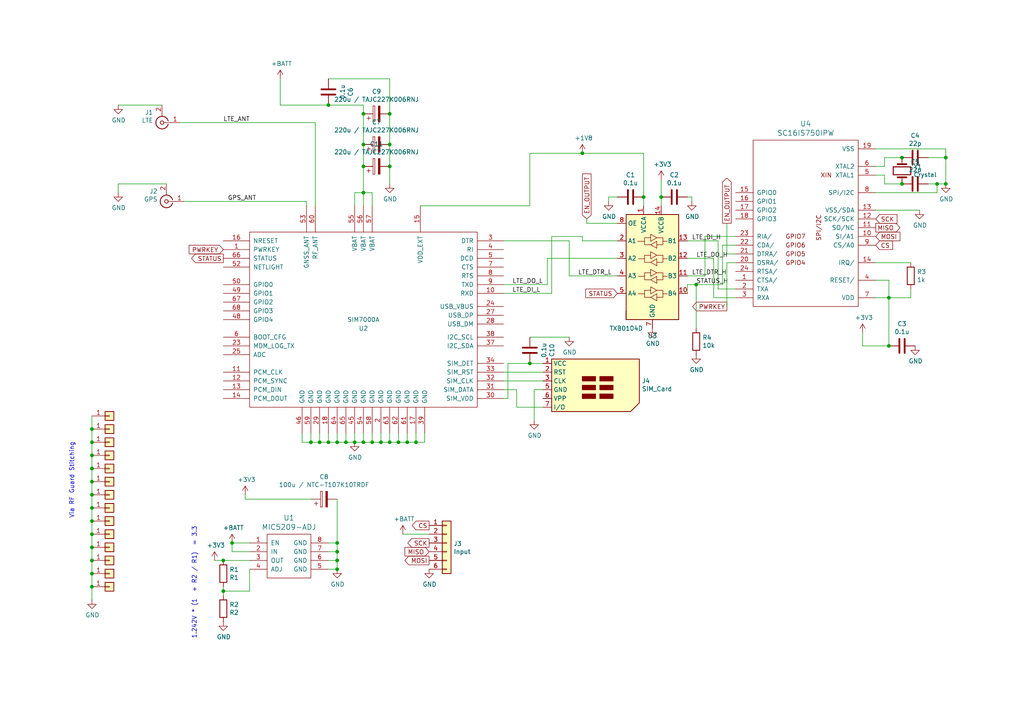
<source format=kicad_sch>
(kicad_sch (version 20230121) (generator eeschema)
  (paper "A4")
  (lib_symbols
    (symbol "Connector:Conn_Coaxial" (pin_names (offset 1.016) hide)
      (property "Reference" "J" (at 0.254 3.048 0))
      (property "Value" "Conn_Coaxial" (at 2.921 0 90))
      (symbol "Conn_Coaxial_0_1"
        (arc (start -1.778 -0.508) (mid 0.2311 -1.8066) (end 1.778 0) (stroke (width 0.254)))
        (polyline (pts (xy -2.54 0) (xy -0.508 0)))
        (polyline (pts (xy 0 -2.54) (xy 0 -1.778)))
        (circle (center 0 0) (radius 0.508) (stroke (width 0.2032)))
        (arc (start 1.778 0) (mid 0.2099 1.8101) (end -1.778 0.508) (stroke (width 0.254)))
      )
      (symbol "Conn_Coaxial_1_1"
        (pin passive line (at -5.08 0 0) (length 2.54) (name "In") (number "1"))
        (pin passive line (at 0 -5.08 90) (length 2.54) (name "Ext") (number "2"))
      )
    )
    (symbol "Connector:SIM_Card"
      (property "Reference" "J" (at -2.54 12.7 0))
      (property "Value" "SIM_Card" (at -1.27 10.16 0))
      (symbol "SIM_Card_0_1"
        (rectangle (start -1.27 -2.54) (end 2.54 -1.27) (stroke (width 0.254)) (fill (type outline)))
        (rectangle (start -1.27 0) (end 2.54 1.27) (stroke (width 0.254)) (fill (type outline)))
        (rectangle (start -1.27 2.54) (end 2.54 3.81) (stroke (width 0.254)) (fill (type outline)))
        (polyline (pts (xy -10.16 8.89) (xy 15.24 8.89) (xy 15.24 -3.81) (xy 12.7 -6.35) (xy -10.16 -6.35) (xy -10.16 8.89)) (stroke (width 0.254)) (fill (type background)))
        (rectangle (start 3.81 -1.27) (end 7.62 -2.54) (stroke (width 0.254)) (fill (type outline)))
        (rectangle (start 3.81 0) (end 7.62 1.27) (stroke (width 0.254)) (fill (type outline)))
        (rectangle (start 3.81 2.54) (end 7.62 3.81) (stroke (width 0.254)) (fill (type outline)))
      )
      (symbol "SIM_Card_1_1"
        (pin power_in line (at -12.7 7.62 0) (length 2.54) (name "VCC") (number "1"))
        (pin input line (at -12.7 5.08 0) (length 2.54) (name "RST") (number "2"))
        (pin input line (at -12.7 2.54 0) (length 2.54) (name "CLK") (number "3"))
        (pin power_in line (at -12.7 0 0) (length 2.54) (name "GND") (number "5"))
        (pin input line (at -12.7 -2.54 0) (length 2.54) (name "VPP") (number "6"))
        (pin bidirectional line (at -12.7 -5.08 0) (length 2.54) (name "I/O") (number "7"))
      )
    )
    (symbol "Connector_Generic:Conn_01x01" (pin_names (offset 1.016) hide)
      (property "Reference" "J" (at 0 2.54 0))
      (property "Value" "Conn_01x01" (at 0 -2.54 0))
      (symbol "Conn_01x01_1_1"
        (rectangle (start -1.27 0.127) (end 0 -0.127) (stroke (width 0.1524)))
        (rectangle (start -1.27 1.27) (end 1.27 -1.27) (stroke (width 0.254)) (fill (type background)))
        (pin passive line (at -5.08 0 0) (length 3.81) (name "Pin_1") (number "1"))
      )
    )
    (symbol "Connector_Generic:Conn_01x06" (pin_names (offset 1.016) hide)
      (property "Reference" "J" (at 0 7.62 0))
      (property "Value" "Conn_01x06" (at 0 -10.16 0))
      (symbol "Conn_01x06_1_1"
        (rectangle (start -1.27 -7.493) (end 0 -7.747) (stroke (width 0.1524)))
        (rectangle (start -1.27 -4.953) (end 0 -5.207) (stroke (width 0.1524)))
        (rectangle (start -1.27 -2.413) (end 0 -2.667) (stroke (width 0.1524)))
        (rectangle (start -1.27 0.127) (end 0 -0.127) (stroke (width 0.1524)))
        (rectangle (start -1.27 2.667) (end 0 2.413) (stroke (width 0.1524)))
        (rectangle (start -1.27 5.207) (end 0 4.953) (stroke (width 0.1524)))
        (rectangle (start -1.27 6.35) (end 1.27 -8.89) (stroke (width 0.254)) (fill (type background)))
        (pin passive line (at -5.08 5.08 0) (length 3.81) (name "Pin_1") (number "1"))
        (pin passive line (at -5.08 2.54 0) (length 3.81) (name "Pin_2") (number "2"))
        (pin passive line (at -5.08 0 0) (length 3.81) (name "Pin_3") (number "3"))
        (pin passive line (at -5.08 -2.54 0) (length 3.81) (name "Pin_4") (number "4"))
        (pin passive line (at -5.08 -5.08 0) (length 3.81) (name "Pin_5") (number "5"))
        (pin passive line (at -5.08 -7.62 0) (length 3.81) (name "Pin_6") (number "6"))
      )
    )
    (symbol "Device:C" (pin_numbers hide) (pin_names (offset 0.254))
      (property "Reference" "C" (at 0.635 2.54 0))
      (property "Value" "C" (at 0.635 -2.54 0))
      (symbol "C_0_1"
        (polyline (pts (xy -2.032 -0.762) (xy 2.032 -0.762)) (stroke (width 0.508)))
        (polyline (pts (xy -2.032 0.762) (xy 2.032 0.762)) (stroke (width 0.508)))
      )
      (symbol "C_1_1"
        (pin passive line (at 0 3.81 270) (length 2.794) (name "~") (number "1"))
        (pin passive line (at 0 -3.81 90) (length 2.794) (name "~") (number "2"))
      )
    )
    (symbol "Device:Crystal" (pin_numbers hide) (pin_names (offset 1.016) hide)
      (property "Reference" "Y" (at 0 3.81 0))
      (property "Value" "Crystal" (at 0 -3.81 0))
      (symbol "Crystal_0_1"
        (rectangle (start -1.143 2.54) (end 1.143 -2.54) (stroke (width 0.3048)))
        (polyline (pts (xy -2.54 0) (xy -1.905 0)))
        (polyline (pts (xy -1.905 -1.27) (xy -1.905 1.27)) (stroke (width 0.508)))
        (polyline (pts (xy 1.905 -1.27) (xy 1.905 1.27)) (stroke (width 0.508)))
        (polyline (pts (xy 2.54 0) (xy 1.905 0)))
      )
      (symbol "Crystal_1_1"
        (pin passive line (at -3.81 0 0) (length 1.27) (name "1") (number "1"))
        (pin passive line (at 3.81 0 180) (length 1.27) (name "2") (number "2"))
      )
    )
    (symbol "Device:R" (pin_numbers hide) (pin_names (offset 0))
      (property "Reference" "R" (at 2.032 0 90))
      (property "Value" "R" (at 0 0 90))
      (symbol "R_0_1"
        (rectangle (start -1.016 -2.54) (end 1.016 2.54) (stroke (width 0.254)))
      )
      (symbol "R_1_1"
        (pin passive line (at 0 3.81 270) (length 1.27) (name "~") (number "1"))
        (pin passive line (at 0 -3.81 90) (length 1.27) (name "~") (number "2"))
      )
    )
    (symbol "maxwell-lte-rescue:CP-Device" (pin_numbers hide) (pin_names (offset 0.254))
      (property "Reference" "C" (at 0.635 2.54 0))
      (property "Value" "Device_CP" (at 0.635 -2.54 0))
      (symbol "CP-Device_0_1"
        (rectangle (start -2.286 0.508) (end -2.286 1.016))
        (rectangle (start -2.286 0.508) (end 2.286 0.508))
        (polyline (pts (xy -1.778 2.286) (xy -0.762 2.286)))
        (polyline (pts (xy -1.27 2.794) (xy -1.27 1.778)))
        (rectangle (start 2.286 -0.508) (end -2.286 -1.016) (fill (type outline)))
        (rectangle (start 2.286 1.016) (end -2.286 1.016))
        (rectangle (start 2.286 1.016) (end 2.286 0.508))
      )
      (symbol "CP-Device_1_1"
        (pin passive line (at 0 3.81 270) (length 2.794) (name "~") (number "1"))
        (pin passive line (at 0 -3.81 90) (length 2.794) (name "~") (number "2"))
      )
    )
    (symbol "maxwell-lte-rescue:MIC5209-ADJ-coddingtonbear" (pin_names (offset 1.016))
      (property "Reference" "U" (at 0 10.16 0))
      (property "Value" "coddingtonbear_MIC5209-ADJ" (at 0 -7.62 0))
      (symbol "MIC5209-ADJ-coddingtonbear_0_1"
        (rectangle (start -6.35 7.62) (end 6.35 -5.08))
      )
      (symbol "MIC5209-ADJ-coddingtonbear_1_1"
        (pin input line (at -11.43 5.08 0) (length 5.08) (name "EN") (number "1"))
        (pin power_in line (at -11.43 2.54 0) (length 5.08) (name "IN") (number "2"))
        (pin power_out line (at -11.43 0 0) (length 5.08) (name "OUT") (number "3"))
        (pin input line (at -11.43 -2.54 0) (length 5.08) (name "ADJ") (number "4"))
        (pin power_in line (at 11.43 -2.54 180) (length 5.08) (name "GND") (number "5"))
        (pin power_in line (at 11.43 0 180) (length 5.08) (name "GND") (number "6"))
        (pin power_in line (at 11.43 2.54 180) (length 5.08) (name "GND") (number "7"))
        (pin power_in line (at 11.43 5.08 180) (length 5.08) (name "GND") (number "8"))
      )
    )
    (symbol "maxwell-lte-rescue:SC16IS750IPW-coddingtonbear" (pin_names (offset 1.016))
      (property "Reference" "U" (at 0 24.13 0))
      (property "Value" "coddingtonbear_SC16IS750IPW" (at 0 -27.94 0))
      (symbol "SC16IS750IPW-coddingtonbear_0_0"
        (rectangle (start -15.24 22.86) (end 15.24 -25.4))
        (text "GPIO4" (at 0 10.16 0) (effects (font (size 1.27 1.27)) (justify left)))
        (text "GPIO5" (at 0 7.62 0) (effects (font (size 1.27 1.27)) (justify left)))
        (text "GPIO6" (at 0 5.08 0) (effects (font (size 1.27 1.27)) (justify left)))
        (text "GPIO7" (at 0 2.54 0) (effects (font (size 1.27 1.27)) (justify left)))
        (text "SPI/I2C" (at -3.81 0 900) (effects (font (size 1.27 1.27))))
        (text "XIN" (at -7.62 -15.24 0) (effects (font (size 1.27 1.27)) (justify left)))
      )
      (symbol "SC16IS750IPW-coddingtonbear_1_1"
        (pin input line (at 20.32 15.24 180) (length 5.08) (name "CTSA/") (number "1"))
        (pin input line (at -20.32 2.54 0) (length 5.08) (name "SI/A1") (number "10"))
        (pin input line (at -20.32 0 0) (length 5.08) (name "SO/NC") (number "11"))
        (pin input line (at -20.32 -2.54 0) (length 5.08) (name "SCK/SCK") (number "12"))
        (pin input line (at -20.32 -5.08 0) (length 5.08) (name "VSS/SDA") (number "13"))
        (pin output line (at -20.32 10.16 0) (length 5.08) (name "IRQ/") (number "14"))
        (pin bidirectional line (at 20.32 -10.16 180) (length 5.08) (name "GPIO0") (number "15"))
        (pin bidirectional line (at 20.32 -7.62 180) (length 5.08) (name "GPIO1") (number "16"))
        (pin bidirectional line (at 20.32 -5.08 180) (length 5.08) (name "GPIO2") (number "17"))
        (pin bidirectional line (at 20.32 -2.54 180) (length 5.08) (name "GPIO3") (number "18"))
        (pin power_in line (at -20.32 -22.86 0) (length 5.08) (name "VSS") (number "19"))
        (pin output line (at 20.32 17.78 180) (length 5.08) (name "TXA") (number "2"))
        (pin bidirectional line (at 20.32 10.16 180) (length 5.08) (name "DSRA/") (number "20"))
        (pin bidirectional line (at 20.32 7.62 180) (length 5.08) (name "DTRA/") (number "21"))
        (pin bidirectional line (at 20.32 5.08 180) (length 5.08) (name "CDA/") (number "22"))
        (pin bidirectional line (at 20.32 2.54 180) (length 5.08) (name "RIA/") (number "23"))
        (pin output line (at 20.32 12.7 180) (length 5.08) (name "RTSA/") (number "24"))
        (pin input line (at 20.32 20.32 180) (length 5.08) (name "RXA") (number "3"))
        (pin input line (at -20.32 15.24 0) (length 5.08) (name "RESET/") (number "4"))
        (pin input line (at -20.32 -15.24 0) (length 5.08) (name "XTAL1") (number "5"))
        (pin input line (at -20.32 -17.78 0) (length 5.08) (name "XTAL2") (number "6"))
        (pin power_in line (at -20.32 20.32 0) (length 5.08) (name "VDD") (number "7"))
        (pin input line (at -20.32 -10.16 0) (length 5.08) (name "SPI/I2C") (number "8"))
        (pin input line (at -20.32 5.08 0) (length 5.08) (name "CS/A0") (number "9"))
      )
    )
    (symbol "maxwell-lte-rescue:SIM7000A-SIM7000A" (pin_names (offset 1.016))
      (property "Reference" "U" (at 0 -2.54 0))
      (property "Value" "SIM7000A_SIM7000A" (at 0 1.27 0))
      (symbol "SIM7000A-SIM7000A_1_0"
        (rectangle (start -33.02 -25.4) (end 33.02 25.4))
      )
      (symbol "SIM7000A-SIM7000A_1_1"
        (pin input line (at -40.64 20.32 0) (length 7.62) (name "PWRKEY") (number "1"))
        (pin input line (at 40.64 7.62 180) (length 7.62) (name "RXD") (number "10"))
        (pin output line (at -40.64 -15.24 0) (length 7.62) (name "PCM_CLK") (number "11"))
        (pin output line (at -40.64 -17.78 0) (length 7.62) (name "PCM_SYNC") (number "12"))
        (pin input line (at -40.64 -20.32 0) (length 7.62) (name "PCM_DIN") (number "13"))
        (pin output line (at -40.64 -22.86 0) (length 7.62) (name "PCM_DOUT") (number "14"))
        (pin power_out line (at 16.51 33.02 270) (length 7.62) (name "VDD_EXT") (number "15"))
        (pin input line (at -40.64 22.86 0) (length 7.62) (name "NRESET") (number "16"))
        (pin power_in line (at 15.24 -33.02 90) (length 7.62) (name "GND") (number "17"))
        (pin power_in line (at -10.16 -33.02 90) (length 7.62) (name "GND") (number "18"))
        (pin power_in line (at 5.08 -33.02 90) (length 7.62) (name "GND") (number "2"))
        (pin output line (at -40.64 -7.62 0) (length 7.62) (name "MDM_LOG_TX") (number "23"))
        (pin input line (at 40.64 3.81 180) (length 7.62) (name "USB_VBUS") (number "24"))
        (pin input line (at -40.64 -10.16 0) (length 7.62) (name "ADC") (number "25"))
        (pin bidirectional line (at 40.64 1.27 180) (length 7.62) (name "USB_DP") (number "27"))
        (pin bidirectional line (at 40.64 -1.27 180) (length 7.62) (name "USB_DM") (number "28"))
        (pin power_in line (at -12.7 -33.02 90) (length 7.62) (name "GND") (number "29"))
        (pin input line (at 40.64 22.86 180) (length 7.62) (name "DTR") (number "3"))
        (pin power_out line (at 40.64 -22.86 180) (length 7.62) (name "SIM_VDD") (number "30"))
        (pin bidirectional line (at 40.64 -20.32 180) (length 7.62) (name "SIM_DATA") (number "31"))
        (pin output line (at 40.64 -17.78 180) (length 7.62) (name "SIM_CLK") (number "32"))
        (pin output line (at 40.64 -15.24 180) (length 7.62) (name "SIM_RST") (number "33"))
        (pin input line (at 40.64 -12.7 180) (length 7.62) (name "SIM_DET") (number "34"))
        (pin bidirectional line (at 40.64 -7.62 180) (length 7.62) (name "I2C_SDA") (number "37"))
        (pin output line (at 40.64 -5.08 180) (length 7.62) (name "I2C_SCL") (number "38"))
        (pin power_in line (at 17.78 -33.02 90) (length 7.62) (name "GND") (number "39"))
        (pin output line (at 40.64 20.32 180) (length 7.62) (name "RI") (number "4"))
        (pin power_in line (at -2.54 -33.02 90) (length 7.62) (name "GND") (number "45"))
        (pin power_in line (at -17.78 -33.02 90) (length 7.62) (name "GND") (number "46"))
        (pin bidirectional line (at -40.64 0 0) (length 7.62) (name "GPIO4") (number "48"))
        (pin bidirectional line (at -40.64 7.62 0) (length 7.62) (name "GPIO1") (number "49"))
        (pin output line (at 40.64 17.78 180) (length 7.62) (name "DCD") (number "5"))
        (pin bidirectional line (at -40.64 10.16 0) (length 7.62) (name "GPIO0") (number "50"))
        (pin output line (at -40.64 15.24 0) (length 7.62) (name "NETLIGHT") (number "52"))
        (pin input line (at -16.51 33.02 270) (length 7.62) (name "GNSS_ANT") (number "53"))
        (pin power_in line (at 0 -33.02 90) (length 7.62) (name "GND") (number "54"))
        (pin power_in line (at -2.54 33.02 270) (length 7.62) (name "VBAT") (number "55"))
        (pin power_in line (at 0 33.02 270) (length 7.62) (name "VBAT") (number "56"))
        (pin power_in line (at 2.54 33.02 270) (length 7.62) (name "VBAT") (number "57"))
        (pin power_in line (at 2.54 -33.02 90) (length 7.62) (name "GND") (number "58"))
        (pin power_in line (at -15.24 -33.02 90) (length 7.62) (name "GND") (number "59"))
        (pin input line (at -40.64 -5.08 0) (length 7.62) (name "BOOT_CFG") (number "6"))
        (pin bidirectional line (at -13.97 33.02 270) (length 7.62) (name "RF_ANT") (number "60"))
        (pin power_in line (at 12.7 -33.02 90) (length 7.62) (name "GND") (number "61"))
        (pin power_in line (at 10.16 -33.02 90) (length 7.62) (name "GND") (number "62"))
        (pin power_in line (at 7.62 -33.02 90) (length 7.62) (name "GND") (number "63"))
        (pin power_in line (at -7.62 -33.02 90) (length 7.62) (name "GND") (number "64"))
        (pin power_in line (at -5.08 -33.02 90) (length 7.62) (name "GND") (number "65"))
        (pin output line (at -40.64 17.78 0) (length 7.62) (name "STATUS") (number "66"))
        (pin bidirectional line (at -40.64 5.08 0) (length 7.62) (name "GPIO2") (number "67"))
        (pin bidirectional line (at -40.64 2.54 0) (length 7.62) (name "GPIO3") (number "68"))
        (pin output line (at 40.64 15.24 180) (length 7.62) (name "CTS") (number "7"))
        (pin input line (at 40.64 12.7 180) (length 7.62) (name "RTS") (number "8"))
        (pin output line (at 40.64 10.16 180) (length 7.62) (name "TXD") (number "9"))
      )
    )
    (symbol "maxwell-lte-rescue:TXB0104D-Logic_LevelTranslator"
      (property "Reference" "U" (at -6.35 16.51 0))
      (property "Value" "Logic_LevelTranslator_TXB0104D" (at 3.81 16.51 0))
      (symbol "TXB0104D-Logic_LevelTranslator_0_1"
        (rectangle (start -7.62 -15.24) (end -7.62 -12.7) (stroke (width 0.254)))
        (rectangle (start -7.62 15.24) (end 7.62 -15.24) (stroke (width 0.254)) (fill (type background)))
        (polyline (pts (xy -2.286 -7.747) (xy -2.286 -6.731) (xy -0.508 -6.731)))
        (polyline (pts (xy -2.286 -2.667) (xy -2.286 -1.651) (xy -0.508 -1.651)))
        (polyline (pts (xy -2.286 2.413) (xy -2.286 3.429) (xy -0.508 3.429)))
        (polyline (pts (xy -2.286 7.493) (xy -2.286 8.509) (xy -0.508 8.509)))
        (polyline (pts (xy 3.048 -7.747) (xy 3.048 -8.763) (xy 1.27 -8.763)))
        (polyline (pts (xy 3.048 -2.667) (xy 3.048 -3.683) (xy 1.27 -3.683)))
        (polyline (pts (xy 3.048 2.413) (xy 3.048 1.397) (xy 1.27 1.397)))
        (polyline (pts (xy 3.048 7.493) (xy 3.048 6.477) (xy 1.27 6.477)))
        (polyline (pts (xy -0.508 -8.763) (xy -2.286 -8.763) (xy -2.286 -7.747) (xy -4.064 -7.747)))
        (polyline (pts (xy -0.508 -8.763) (xy 1.27 -7.747) (xy 1.27 -9.779) (xy -0.508 -8.763)))
        (polyline (pts (xy -0.508 -3.683) (xy -2.286 -3.683) (xy -2.286 -2.667) (xy -4.064 -2.667)))
        (polyline (pts (xy -0.508 -3.683) (xy 1.27 -2.667) (xy 1.27 -4.699) (xy -0.508 -3.683)))
        (polyline (pts (xy -0.508 1.397) (xy -2.286 1.397) (xy -2.286 2.413) (xy -4.064 2.413)))
        (polyline (pts (xy -0.508 1.397) (xy 1.27 2.413) (xy 1.27 0.381) (xy -0.508 1.397)))
        (polyline (pts (xy -0.508 6.477) (xy -2.286 6.477) (xy -2.286 7.493) (xy -4.318 7.493)))
        (polyline (pts (xy -0.508 6.477) (xy 1.27 7.493) (xy 1.27 5.461) (xy -0.508 6.477)))
        (polyline (pts (xy 1.27 -6.731) (xy -0.508 -7.747) (xy -0.508 -5.715) (xy 1.27 -6.731)))
        (polyline (pts (xy 1.27 -6.731) (xy 3.048 -6.731) (xy 3.048 -7.747) (xy 4.318 -7.747)))
        (polyline (pts (xy 1.27 -1.651) (xy -0.508 -2.667) (xy -0.508 -0.635) (xy 1.27 -1.651)))
        (polyline (pts (xy 1.27 -1.651) (xy 3.048 -1.651) (xy 3.048 -2.667) (xy 4.318 -2.667)))
        (polyline (pts (xy 1.27 3.429) (xy -0.508 2.413) (xy -0.508 4.445) (xy 1.27 3.429)))
        (polyline (pts (xy 1.27 3.429) (xy 3.048 3.429) (xy 3.048 2.413) (xy 4.318 2.413)))
        (polyline (pts (xy 1.27 8.509) (xy -0.508 7.493) (xy -0.508 9.525) (xy 1.27 8.509)))
        (polyline (pts (xy 1.27 8.509) (xy 3.048 8.509) (xy 3.048 7.493) (xy 4.318 7.493)))
      )
      (symbol "TXB0104D-Logic_LevelTranslator_1_1"
        (pin power_in line (at -2.54 17.78 270) (length 2.54) (name "VCCA") (number "1"))
        (pin bidirectional line (at 10.16 -7.62 180) (length 2.54) (name "B4") (number "10"))
        (pin bidirectional line (at 10.16 -2.54 180) (length 2.54) (name "B3") (number "11"))
        (pin bidirectional line (at 10.16 2.54 180) (length 2.54) (name "B2") (number "12"))
        (pin bidirectional line (at 10.16 7.62 180) (length 2.54) (name "B1") (number "13"))
        (pin power_in line (at 2.54 17.78 270) (length 2.54) (name "VCCB") (number "14"))
        (pin bidirectional line (at -10.16 7.62 0) (length 2.54) (name "A1") (number "2"))
        (pin bidirectional line (at -10.16 2.54 0) (length 2.54) (name "A2") (number "3"))
        (pin bidirectional line (at -10.16 -2.54 0) (length 2.54) (name "A3") (number "4"))
        (pin bidirectional line (at -10.16 -7.62 0) (length 2.54) (name "A4") (number "5"))
        (pin no_connect line (at -10.16 -12.7 0) (length 2.54) hide (name "NC") (number "6"))
        (pin power_in line (at 0 -17.78 90) (length 2.54) (name "GND") (number "7"))
        (pin input line (at -10.16 12.7 0) (length 2.54) (name "OE") (number "8"))
        (pin no_connect line (at 10.16 -12.7 180) (length 2.54) hide (name "NC") (number "9"))
      )
    )
    (symbol "power:+1V8" (power) (pin_names (offset 0))
      (property "Value" "+1V8" (at 0 3.556 0))
      (symbol "+1V8_0_1"
        (polyline (pts (xy -0.762 1.27) (xy 0 2.54)))
        (polyline (pts (xy 0 0) (xy 0 2.54)))
        (polyline (pts (xy 0 2.54) (xy 0.762 1.27)))
      )
      (symbol "+1V8_1_1"
        (pin power_in line (at 0 0 90) (length 0) hide (name "+1V8") (number "1"))
      )
    )
    (symbol "power:+3V3" (power) (pin_names (offset 0))
      (property "Value" "+3V3" (at 0 3.556 0))
      (symbol "+3V3_0_1"
        (polyline (pts (xy -0.762 1.27) (xy 0 2.54)))
        (polyline (pts (xy 0 0) (xy 0 2.54)))
        (polyline (pts (xy 0 2.54) (xy 0.762 1.27)))
      )
      (symbol "+3V3_1_1"
        (pin power_in line (at 0 0 90) (length 0) hide (name "+3V3") (number "1"))
      )
    )
    (symbol "power:+BATT" (power) (pin_names (offset 0))
      (property "Value" "+BATT" (at 0 3.556 0))
      (symbol "+BATT_0_1"
        (polyline (pts (xy -0.762 1.27) (xy 0 2.54)))
        (polyline (pts (xy 0 0) (xy 0 2.54)))
        (polyline (pts (xy 0 2.54) (xy 0.762 1.27)))
      )
      (symbol "+BATT_1_1"
        (pin power_in line (at 0 0 90) (length 0) hide (name "+BATT") (number "1"))
      )
    )
    (symbol "power:GND" (power) (pin_names (offset 0))
      (property "Value" "GND" (at 0 -3.81 0))
      (symbol "GND_0_1"
        (polyline (pts (xy 0 0) (xy 0 -1.27) (xy 1.27 -1.27) (xy 0 -2.54) (xy -1.27 -1.27) (xy 0 -1.27)))
      )
      (symbol "GND_1_1"
        (pin power_in line (at 0 0 270) (length 0) hide (name "GND") (number "1"))
      )
    )
  )
  (junction (at 95.25 128.27))
  (junction (at 100.33 128.27))
  (junction (at 26.67 139.7))
  (junction (at 105.41 41.91))
  (junction (at 26.67 128.27))
  (junction (at 26.67 143.51))
  (junction (at 257.81 100.33))
  (junction (at 64.77 162.56))
  (junction (at 105.41 48.26))
  (junction (at 113.03 33.02))
  (junction (at 271.78 53.34))
  (junction (at 113.03 41.91))
  (junction (at 153.67 105.41))
  (junction (at 26.67 135.89))
  (junction (at 97.79 162.56))
  (junction (at 26.67 132.08))
  (junction (at 26.67 124.46))
  (junction (at 168.91 44.45))
  (junction (at 191.77 57.15))
  (junction (at 261.62 45.72))
  (junction (at 97.79 128.27))
  (junction (at 113.03 128.27))
  (junction (at 274.32 53.34))
  (junction (at 95.25 30.48))
  (junction (at 92.71 128.27))
  (junction (at 97.79 165.1))
  (junction (at 115.57 128.27))
  (junction (at 105.41 55.88))
  (junction (at 110.49 128.27))
  (junction (at 261.62 53.34))
  (junction (at 186.69 57.15))
  (junction (at 105.41 33.02))
  (junction (at 97.79 157.48))
  (junction (at 26.67 154.94))
  (junction (at 97.79 160.02))
  (junction (at 118.11 128.27))
  (junction (at 120.65 128.27))
  (junction (at 26.67 147.32))
  (junction (at 113.03 48.26))
  (junction (at 67.31 157.48))
  (junction (at 26.67 151.13))
  (junction (at 107.95 128.27))
  (junction (at 274.32 45.72))
  (junction (at 105.41 128.27))
  (junction (at 26.67 162.56))
  (junction (at 26.67 158.75))
  (junction (at 257.81 86.36))
  (junction (at 102.87 128.27))
  (junction (at 90.17 128.27))
  (junction (at 26.67 166.37))
  (junction (at 201.93 82.55))
  (junction (at 26.67 170.18))
  (junction (at 64.77 171.45))
  (wire (pts (xy 110.49 128.27) (xy 107.95 128.27)))
  (wire (pts (xy 165.1 80.01) (xy 179.07 80.01)))
  (wire (pts (xy 157.48 113.03) (xy 154.94 113.03)))
  (wire (pts (xy 105.41 55.88) (xy 107.95 55.88)))
  (wire (pts (xy 97.79 144.78) (xy 97.79 157.48)))
  (wire (pts (xy 95.25 157.48) (xy 97.79 157.48)))
  (wire (pts (xy 204.47 80.01) (xy 204.47 68.58)))
  (wire (pts (xy 26.67 151.13) (xy 26.67 147.32)))
  (wire (pts (xy 113.03 125.73) (xy 113.03 128.27)))
  (wire (pts (xy 110.49 125.73) (xy 110.49 128.27)))
  (wire (pts (xy 97.79 160.02) (xy 97.79 162.56)))
  (wire (pts (xy 81.28 22.86) (xy 81.28 30.48)))
  (wire (pts (xy 250.19 100.33) (xy 257.81 100.33)))
  (wire (pts (xy 147.32 105.41) (xy 147.32 115.57)))
  (wire (pts (xy 102.87 55.88) (xy 105.41 55.88)))
  (wire (pts (xy 72.39 171.45) (xy 72.39 165.1)))
  (wire (pts (xy 254 43.18) (xy 274.32 43.18)))
  (wire (pts (xy 113.03 22.86) (xy 95.25 22.86)))
  (wire (pts (xy 146.05 113.03) (xy 149.86 113.03)))
  (wire (pts (xy 121.92 59.69) (xy 153.67 59.69)))
  (wire (pts (xy 179.07 57.15) (xy 176.53 57.15)))
  (wire (pts (xy 97.79 128.27) (xy 100.33 128.27)))
  (wire (pts (xy 210.82 76.2) (xy 210.82 88.9)))
  (wire (pts (xy 95.25 162.56) (xy 97.79 162.56)))
  (wire (pts (xy 105.41 41.91) (xy 105.41 48.26)))
  (wire (pts (xy 199.39 57.15) (xy 200.66 57.15)))
  (wire (pts (xy 179.07 74.93) (xy 158.75 74.93)))
  (wire (pts (xy 158.75 82.55) (xy 146.05 82.55)))
  (wire (pts (xy 191.77 57.15) (xy 191.77 59.69)))
  (wire (pts (xy 264.16 83.82) (xy 264.16 86.36)))
  (wire (pts (xy 210.82 64.77) (xy 210.82 73.66)))
  (wire (pts (xy 250.19 96.52) (xy 250.19 100.33)))
  (wire (pts (xy 105.41 125.73) (xy 105.41 128.27)))
  (wire (pts (xy 105.41 128.27) (xy 102.87 128.27)))
  (wire (pts (xy 53.34 58.42) (xy 88.9 58.42)))
  (wire (pts (xy 257.81 81.28) (xy 257.81 86.36)))
  (wire (pts (xy 153.67 59.69) (xy 153.67 44.45)))
  (wire (pts (xy 26.67 135.89) (xy 26.67 132.08)))
  (wire (pts (xy 146.05 107.95) (xy 157.48 107.95)))
  (wire (pts (xy 102.87 125.73) (xy 102.87 128.27)))
  (wire (pts (xy 208.28 69.85) (xy 199.39 69.85)))
  (wire (pts (xy 118.11 128.27) (xy 115.57 128.27)))
  (wire (pts (xy 269.24 45.72) (xy 274.32 45.72)))
  (wire (pts (xy 72.39 162.56) (xy 64.77 162.56)))
  (wire (pts (xy 274.32 45.72) (xy 274.32 53.34)))
  (wire (pts (xy 26.67 158.75) (xy 26.67 162.56)))
  (wire (pts (xy 67.31 160.02) (xy 67.31 157.48)))
  (wire (pts (xy 269.24 53.34) (xy 271.78 53.34)))
  (wire (pts (xy 115.57 128.27) (xy 113.03 128.27)))
  (wire (pts (xy 254 55.88) (xy 271.78 55.88)))
  (wire (pts (xy 64.77 170.18) (xy 64.77 171.45)))
  (wire (pts (xy 95.25 160.02) (xy 97.79 160.02)))
  (wire (pts (xy 209.55 71.12) (xy 209.55 82.55)))
  (wire (pts (xy 256.54 48.26) (xy 256.54 45.72)))
  (wire (pts (xy 146.05 85.09) (xy 160.02 85.09)))
  (wire (pts (xy 201.93 82.55) (xy 199.39 82.55)))
  (wire (pts (xy 160.02 68.58) (xy 168.91 68.58)))
  (wire (pts (xy 201.93 95.25) (xy 201.93 82.55)))
  (wire (pts (xy 158.75 74.93) (xy 158.75 82.55)))
  (wire (pts (xy 186.69 57.15) (xy 186.69 59.69)))
  (wire (pts (xy 87.63 128.27) (xy 90.17 128.27)))
  (wire (pts (xy 71.12 144.78) (xy 71.12 143.51)))
  (wire (pts (xy 64.77 171.45) (xy 72.39 171.45)))
  (wire (pts (xy 186.69 44.45) (xy 186.69 57.15)))
  (wire (pts (xy 26.67 139.7) (xy 26.67 143.51)))
  (wire (pts (xy 153.67 97.79) (xy 165.1 97.79)))
  (wire (pts (xy 170.18 64.77) (xy 179.07 64.77)))
  (wire (pts (xy 90.17 128.27) (xy 92.71 128.27)))
  (wire (pts (xy 191.77 52.07) (xy 191.77 57.15)))
  (wire (pts (xy 168.91 69.85) (xy 179.07 69.85)))
  (wire (pts (xy 34.29 53.34) (xy 34.29 55.88)))
  (wire (pts (xy 170.18 63.5) (xy 170.18 64.77)))
  (wire (pts (xy 81.28 30.48) (xy 95.25 30.48)))
  (wire (pts (xy 113.03 48.26) (xy 113.03 53.34)))
  (wire (pts (xy 120.65 128.27) (xy 118.11 128.27)))
  (wire (pts (xy 149.86 113.03) (xy 149.86 118.11)))
  (wire (pts (xy 168.91 68.58) (xy 168.91 69.85)))
  (wire (pts (xy 257.81 86.36) (xy 254 86.36)))
  (wire (pts (xy 116.84 154.94) (xy 124.46 154.94)))
  (wire (pts (xy 254 60.96) (xy 266.7 60.96)))
  (wire (pts (xy 271.78 53.34) (xy 274.32 53.34)))
  (wire (pts (xy 107.95 128.27) (xy 105.41 128.27)))
  (wire (pts (xy 264.16 86.36) (xy 257.81 86.36)))
  (wire (pts (xy 90.17 144.78) (xy 71.12 144.78)))
  (wire (pts (xy 199.39 74.93) (xy 207.01 74.93)))
  (wire (pts (xy 95.25 125.73) (xy 95.25 128.27)))
  (wire (pts (xy 87.63 125.73) (xy 87.63 128.27)))
  (wire (pts (xy 26.67 124.46) (xy 26.67 128.27)))
  (wire (pts (xy 168.91 44.45) (xy 153.67 44.45)))
  (wire (pts (xy 209.55 82.55) (xy 201.93 82.55)))
  (wire (pts (xy 147.32 115.57) (xy 146.05 115.57)))
  (wire (pts (xy 257.81 100.33) (xy 257.81 86.36)))
  (wire (pts (xy 92.71 125.73) (xy 92.71 128.27)))
  (wire (pts (xy 213.36 76.2) (xy 210.82 76.2)))
  (wire (pts (xy 26.67 166.37) (xy 26.67 162.56)))
  (wire (pts (xy 26.67 135.89) (xy 26.67 139.7)))
  (wire (pts (xy 146.05 110.49) (xy 157.48 110.49)))
  (wire (pts (xy 113.03 33.02) (xy 113.03 41.91)))
  (wire (pts (xy 105.41 30.48) (xy 95.25 30.48)))
  (wire (pts (xy 113.03 22.86) (xy 113.03 33.02)))
  (wire (pts (xy 102.87 59.69) (xy 102.87 55.88)))
  (wire (pts (xy 88.9 58.42) (xy 88.9 59.69)))
  (wire (pts (xy 46.99 30.48) (xy 34.29 30.48)))
  (wire (pts (xy 95.25 165.1) (xy 97.79 165.1)))
  (wire (pts (xy 105.41 59.69) (xy 105.41 55.88)))
  (wire (pts (xy 113.03 41.91) (xy 113.03 48.26)))
  (wire (pts (xy 120.65 125.73) (xy 120.65 128.27)))
  (wire (pts (xy 26.67 151.13) (xy 26.67 154.94)))
  (wire (pts (xy 100.33 128.27) (xy 102.87 128.27)))
  (wire (pts (xy 107.95 125.73) (xy 107.95 128.27)))
  (wire (pts (xy 26.67 170.18) (xy 26.67 166.37)))
  (wire (pts (xy 207.01 74.93) (xy 207.01 86.36)))
  (wire (pts (xy 254 50.8) (xy 256.54 50.8)))
  (wire (pts (xy 210.82 73.66) (xy 213.36 73.66)))
  (wire (pts (xy 168.91 44.45) (xy 186.69 44.45)))
  (wire (pts (xy 254 76.2) (xy 264.16 76.2)))
  (wire (pts (xy 97.79 162.56) (xy 97.79 165.1)))
  (wire (pts (xy 213.36 83.82) (xy 208.28 83.82)))
  (wire (pts (xy 90.17 125.73) (xy 90.17 128.27)))
  (wire (pts (xy 26.67 143.51) (xy 26.67 147.32)))
  (wire (pts (xy 105.41 30.48) (xy 105.41 33.02)))
  (wire (pts (xy 256.54 50.8) (xy 256.54 53.34)))
  (wire (pts (xy 113.03 128.27) (xy 110.49 128.27)))
  (wire (pts (xy 97.79 125.73) (xy 97.79 128.27)))
  (wire (pts (xy 274.32 43.18) (xy 274.32 45.72)))
  (wire (pts (xy 157.48 118.11) (xy 149.86 118.11)))
  (wire (pts (xy 147.32 105.41) (xy 153.67 105.41)))
  (wire (pts (xy 200.66 57.15) (xy 200.66 58.42)))
  (wire (pts (xy 204.47 68.58) (xy 213.36 68.58)))
  (wire (pts (xy 107.95 55.88) (xy 107.95 59.69)))
  (wire (pts (xy 146.05 69.85) (xy 165.1 69.85)))
  (wire (pts (xy 154.94 113.03) (xy 154.94 121.92)))
  (wire (pts (xy 97.79 157.48) (xy 97.79 160.02)))
  (wire (pts (xy 48.26 53.34) (xy 34.29 53.34)))
  (wire (pts (xy 256.54 53.34) (xy 261.62 53.34)))
  (wire (pts (xy 105.41 48.26) (xy 105.41 55.88)))
  (wire (pts (xy 64.77 162.56) (xy 62.23 162.56)))
  (wire (pts (xy 91.44 35.56) (xy 91.44 59.69)))
  (wire (pts (xy 254 81.28) (xy 257.81 81.28)))
  (wire (pts (xy 123.19 128.27) (xy 120.65 128.27)))
  (wire (pts (xy 52.07 35.56) (xy 91.44 35.56)))
  (wire (pts (xy 95.25 128.27) (xy 97.79 128.27)))
  (wire (pts (xy 26.67 120.65) (xy 26.67 124.46)))
  (wire (pts (xy 72.39 160.02) (xy 67.31 160.02)))
  (wire (pts (xy 271.78 55.88) (xy 271.78 53.34)))
  (wire (pts (xy 208.28 83.82) (xy 208.28 69.85)))
  (wire (pts (xy 256.54 45.72) (xy 261.62 45.72)))
  (wire (pts (xy 160.02 85.09) (xy 160.02 68.58)))
  (wire (pts (xy 153.67 105.41) (xy 157.48 105.41)))
  (wire (pts (xy 123.19 125.73) (xy 123.19 128.27)))
  (wire (pts (xy 92.71 128.27) (xy 95.25 128.27)))
  (wire (pts (xy 165.1 69.85) (xy 165.1 80.01)))
  (wire (pts (xy 199.39 82.55) (xy 199.39 85.09)))
  (wire (pts (xy 207.01 86.36) (xy 213.36 86.36)))
  (wire (pts (xy 115.57 125.73) (xy 115.57 128.27)))
  (wire (pts (xy 105.41 33.02) (xy 105.41 41.91)))
  (wire (pts (xy 199.39 80.01) (xy 204.47 80.01)))
  (wire (pts (xy 26.67 173.99) (xy 26.67 170.18)))
  (wire (pts (xy 213.36 71.12) (xy 209.55 71.12)))
  (wire (pts (xy 64.77 171.45) (xy 64.77 172.72)))
  (wire (pts (xy 26.67 154.94) (xy 26.67 158.75)))
  (wire (pts (xy 118.11 125.73) (xy 118.11 128.27)))
  (wire (pts (xy 26.67 128.27) (xy 26.67 132.08)))
  (wire (pts (xy 67.31 157.48) (xy 72.39 157.48)))
  (wire (pts (xy 100.33 125.73) (xy 100.33 128.27)))
  (wire (pts (xy 254 48.26) (xy 256.54 48.26)))
  (wire (pts (xy 176.53 57.15) (xy 176.53 58.42)))
  (text "1.242V * (1  + R2 / R1)  = 3.3" (at 57.15 185.42 90) (effects (font (size 1.27 1.27)) (justify left bottom)))
  (text "Via RF Guard Stitching" (at 21.59 128.27 90) (effects (font (size 1.27 1.27)) (justify right bottom)))
  (label "LTE_DTR_H" (at 200.66 80.01 0))
  (label "GPS_ANT" (at 66.04 58.42 0))
  (label "LTE_DO_H" (at 201.93 74.93 0))
  (label "LTE_DTR_L" (at 167.64 80.01 0))
  (label "LTE_DO_L" (at 148.59 82.55 0))
  (label "LTE_DI_H" (at 200.66 69.85 0))
  (label "STATUS_H" (at 201.93 82.55 0))
  (label "LTE_ANT" (at 64.77 35.56 0))
  (label "LTE_DI_L" (at 148.59 85.09 0))
  (global_label "STATUS" (shape input) (at 179.07 85.09 180) (property "Intersheetrefs" "${INTERSHEET_REFS}" (effects hide)))
  (global_label "CS" (shape input) (at 254 71.12 0) (property "Intersheetrefs" "${INTERSHEET_REFS}" (effects hide)))
  (global_label "MOSI" (shape input) (at 254 68.58 0) (property "Intersheetrefs" "${INTERSHEET_REFS}" (effects hide)))
  (global_label "MISO" (shape input) (at 124.46 160.02 180) (property "Intersheetrefs" "${INTERSHEET_REFS}" (effects hide)))
  (global_label "EN_OUTPUT" (shape input) (at 170.18 63.5 90) (property "Intersheetrefs" "${INTERSHEET_REFS}" (effects hide)))
  (global_label "STATUS" (shape output) (at 64.77 74.93 180) (property "Intersheetrefs" "${INTERSHEET_REFS}" (effects hide)))
  (global_label "SCK" (shape output) (at 124.46 157.48 180) (property "Intersheetrefs" "${INTERSHEET_REFS}" (effects hide)))
  (global_label "SCK" (shape input) (at 254 63.5 0) (property "Intersheetrefs" "${INTERSHEET_REFS}" (effects hide)))
  (global_label "PWRKEY" (shape output) (at 210.82 88.9 180) (property "Intersheetrefs" "${INTERSHEET_REFS}" (effects hide)))
  (global_label "EN_OUTPUT" (shape output) (at 210.82 64.77 90) (property "Intersheetrefs" "${INTERSHEET_REFS}" (effects hide)))
  (global_label "CS" (shape output) (at 124.46 152.4 180) (property "Intersheetrefs" "${INTERSHEET_REFS}" (effects hide)))
  (global_label "MOSI" (shape output) (at 124.46 162.56 180) (property "Intersheetrefs" "${INTERSHEET_REFS}" (effects hide)))
  (global_label "PWRKEY" (shape input) (at 64.77 72.39 180) (property "Intersheetrefs" "${INTERSHEET_REFS}" (effects hide)))
  (global_label "MISO" (shape output) (at 254 66.04 0) (property "Intersheetrefs" "${INTERSHEET_REFS}" (effects hide)))
  (symbol (lib_id "Connector:Conn_Coaxial") (at 46.99 35.56 180) (unit 1)
    (property "Reference" "J1" (at 44.45 32.6136 0) (effects (justify left)))
    (property "Value" "LTE" (at 44.45 34.925 0) (effects (justify left)))
    (property "Footprint" "coddingtonbear:SMA_Amphenol_132134_Vertical_Largepads" (effects hide))
    (property "Datasheet" " ~" (effects hide))
  )
  (symbol (lib_id "Connector:Conn_Coaxial") (at 48.26 58.42 180) (unit 1)
    (property "Reference" "J2" (at 45.72 55.4736 0) (effects (justify left)))
    (property "Value" "GPS" (at 45.72 57.785 0) (effects (justify left)))
    (property "Footprint" "coddingtonbear:SMA_Amphenol_132134_Vertical_Largepads" (effects hide))
    (property "Datasheet" " ~" (effects hide))
  )
  (symbol (lib_id "maxwell-lte-rescue:SC16IS750IPW-coddingtonbear") (at 233.68 66.04 180) (unit 1)
    (property "Reference" "U4" (at 233.68 35.8902 0) (effects (font (size 1.524 1.524))))
    (property "Value" "SC16IS750IPW" (at 233.68 38.5826 0) (effects (font (size 1.524 1.524))))
    (property "Footprint" "coddingtonbear:TSSOP-24_4.4x7.8mm_P0.65mm_LargePads" (effects hide))
  )
  (symbol (lib_id "Device:Crystal") (at 261.62 49.53 90) (unit 1)
    (property "Reference" "Y1" (at 264.9474 48.3616 90) (effects (justify right)))
    (property "Value" "Crystal" (at 264.9474 50.673 90) (effects (justify right)))
    (property "Footprint" "coddingtonbear:Crystal_HC49-U_Vertical_LargePads" (effects hide))
  )
  (symbol (lib_id "Device:C") (at 265.43 45.72 90) (unit 1)
    (property "Reference" "C4" (at 265.43 39.3192 90))
    (property "Value" "22p" (at 265.43 41.6306 90))
    (property "Footprint" "coddingtonbear:0805_Milling" (effects hide))
  )
  (symbol (lib_id "Device:C") (at 265.43 53.34 90) (unit 1)
    (property "Reference" "C5" (at 265.43 46.9392 90))
    (property "Value" "22p" (at 265.43 49.2506 90))
    (property "Footprint" "coddingtonbear:0805_Milling" (effects hide))
  )
  (symbol (lib_id "power:GND") (at 274.32 53.34 0) (unit 1)
    (property "Reference" "#PWR0101" (effects hide))
    (property "Value" "GND" (at 274.447 57.7342 0))
  )
  (symbol (lib_id "maxwell-lte-rescue:TXB0104D-Logic_LevelTranslator") (at 189.23 77.47 0) (unit 1)
    (property "Reference" "U3" (at 189.23 97.4344 0))
    (property "Value" "TXB0104D" (at 181.61 95.25 0))
    (property "Footprint" "coddingtonbear:SOIC-14_3.9x8.7mm_P1.27mm_LargePads" (effects hide))
    (property "Datasheet" "http://www.ti.com/lit/ds/symlink/txb0104.pdf" (effects hide))
  )
  (symbol (lib_id "power:+3V3") (at 191.77 52.07 0) (unit 1)
    (property "Reference" "#PWR0102" (effects hide))
    (property "Value" "+3V3" (at 192.151 47.6758 0))
  )
  (symbol (lib_id "power:GND") (at 189.23 95.25 0) (unit 1)
    (property "Reference" "#PWR0103" (effects hide))
    (property "Value" "GND" (at 189.357 99.6442 0))
  )
  (symbol (lib_id "maxwell-lte-rescue:SIM7000A-SIM7000A") (at 105.41 92.71 0) (unit 1)
    (property "Reference" "U2" (at 105.41 95.25 0))
    (property "Value" "SIM7000A" (at 105.41 92.71 0))
    (property "Footprint" "coddingtonbear:SIM7000" (effects hide))
  )
  (symbol (lib_id "Connector_Generic:Conn_01x06") (at 129.54 157.48 0) (unit 1)
    (property "Reference" "J3" (at 131.5466 157.6832 0) (effects (justify left)))
    (property "Value" "Input" (at 131.5466 159.9946 0) (effects (justify left)))
    (property "Footprint" "coddingtonbear:JST_XH_B06B-XH-A_06x2.50mm_Straight_LargePads" (effects hide))
  )
  (symbol (lib_id "power:GND") (at 124.46 165.1 0) (unit 1)
    (property "Reference" "#PWR0104" (effects hide))
    (property "Value" "GND" (at 124.587 169.4942 0))
  )
  (symbol (lib_id "power:+BATT") (at 116.84 154.94 0) (unit 1)
    (property "Reference" "#PWR0105" (effects hide))
    (property "Value" "+BATT" (at 117.221 150.5458 0))
  )
  (symbol (lib_id "maxwell-lte-rescue:MIC5209-ADJ-coddingtonbear") (at 83.82 162.56 0) (unit 1)
    (property "Reference" "U1" (at 83.82 150.1902 0) (effects (font (size 1.524 1.524))))
    (property "Value" "MIC5209-ADJ" (at 83.82 152.8826 0) (effects (font (size 1.524 1.524))))
    (property "Footprint" "coddingtonbear:SOIC-8_3.9x4.9mm_P1.27mm_LargePads" (effects hide))
  )
  (symbol (lib_id "power:GND") (at 97.79 165.1 0) (unit 1)
    (property "Reference" "#PWR0106" (effects hide))
    (property "Value" "GND" (at 97.917 169.4942 0))
  )
  (symbol (lib_id "power:+BATT") (at 67.31 157.48 0) (unit 1)
    (property "Reference" "#PWR0107" (effects hide))
    (property "Value" "+BATT" (at 67.691 153.0858 0))
  )
  (symbol (lib_id "power:+3V3") (at 62.23 162.56 0) (unit 1)
    (property "Reference" "#PWR0108" (effects hide))
    (property "Value" "+3V3" (at 62.611 158.1658 0))
  )
  (symbol (lib_id "power:+BATT") (at 81.28 22.86 0) (unit 1)
    (property "Reference" "#PWR0109" (effects hide))
    (property "Value" "+BATT" (at 81.661 18.4658 0))
  )
  (symbol (lib_id "power:GND") (at 102.87 128.27 0) (unit 1)
    (property "Reference" "#PWR0110" (effects hide))
    (property "Value" "GND" (at 102.997 132.6642 0))
  )
  (symbol (lib_id "power:GND") (at 266.7 60.96 0) (unit 1)
    (property "Reference" "#PWR0111" (effects hide))
    (property "Value" "GND" (at 266.827 65.3542 0))
  )
  (symbol (lib_id "power:+3V3") (at 250.19 96.52 0) (unit 1)
    (property "Reference" "#PWR0112" (effects hide))
    (property "Value" "+3V3" (at 250.571 92.1258 0))
  )
  (symbol (lib_id "Device:R") (at 264.16 80.01 0) (unit 1)
    (property "Reference" "R3" (at 265.938 78.8416 0) (effects (justify left)))
    (property "Value" "1k" (at 265.938 81.153 0) (effects (justify left)))
    (property "Footprint" "coddingtonbear:0805_Milling" (effects hide))
  )
  (symbol (lib_id "Device:C") (at 261.62 100.33 90) (unit 1)
    (property "Reference" "C3" (at 261.62 93.9292 90))
    (property "Value" "0.1u" (at 261.62 96.2406 90))
    (property "Footprint" "coddingtonbear:0805_Milling" (effects hide))
  )
  (symbol (lib_id "power:GND") (at 265.43 100.33 0) (unit 1)
    (property "Reference" "#PWR0113" (effects hide))
    (property "Value" "GND" (at 265.557 104.7242 0))
  )
  (symbol (lib_id "Device:C") (at 195.58 57.15 90) (unit 1)
    (property "Reference" "C2" (at 195.58 50.7492 90))
    (property "Value" "0.1u" (at 195.58 53.0606 90))
    (property "Footprint" "coddingtonbear:0805_Milling" (effects hide))
  )
  (symbol (lib_id "Device:C") (at 182.88 57.15 270) (unit 1)
    (property "Reference" "C1" (at 182.88 50.7492 90))
    (property "Value" "0.1u" (at 182.88 53.0606 90))
    (property "Footprint" "coddingtonbear:0805_Milling" (effects hide))
  )
  (symbol (lib_id "power:GND") (at 200.66 58.42 0) (unit 1)
    (property "Reference" "#PWR0114" (effects hide))
    (property "Value" "GND" (at 200.787 62.8142 0))
  )
  (symbol (lib_id "power:GND") (at 176.53 58.42 0) (unit 1)
    (property "Reference" "#PWR0115" (effects hide))
    (property "Value" "GND" (at 176.657 62.8142 0))
  )
  (symbol (lib_id "Connector:SIM_Card") (at 170.18 113.03 0) (unit 1)
    (property "Reference" "J4" (at 186.1566 110.49 0) (effects (justify left)))
    (property "Value" "SIM_Card" (at 186.1566 112.8014 0) (effects (justify left)))
    (property "Footprint" "coddingtonbear:78800-0001" (effects hide))
    (property "Datasheet" " ~" (effects hide))
  )
  (symbol (lib_id "power:GND") (at 154.94 121.92 0) (unit 1)
    (property "Reference" "#PWR0116" (effects hide))
    (property "Value" "GND" (at 155.067 126.3142 0))
  )
  (symbol (lib_id "power:GND") (at 34.29 30.48 0) (unit 1)
    (property "Reference" "#PWR0117" (effects hide))
    (property "Value" "GND" (at 34.417 34.8742 0))
  )
  (symbol (lib_id "power:GND") (at 34.29 55.88 0) (unit 1)
    (property "Reference" "#PWR0118" (effects hide))
    (property "Value" "GND" (at 34.417 60.2742 0))
  )
  (symbol (lib_id "Device:R") (at 64.77 166.37 0) (unit 1)
    (property "Reference" "R1" (at 66.548 165.2016 0) (effects (justify left)))
    (property "Value" "R1" (at 66.548 167.513 0) (effects (justify left)))
    (property "Footprint" "coddingtonbear:0805_Milling" (effects hide))
  )
  (symbol (lib_id "Device:R") (at 64.77 176.53 0) (unit 1)
    (property "Reference" "R2" (at 66.548 175.3616 0) (effects (justify left)))
    (property "Value" "R2" (at 66.548 177.673 0) (effects (justify left)))
    (property "Footprint" "coddingtonbear:0805_Milling" (effects hide))
  )
  (symbol (lib_id "power:GND") (at 64.77 180.34 0) (unit 1)
    (property "Reference" "#PWR0119" (effects hide))
    (property "Value" "GND" (at 64.897 184.7342 0))
  )
  (symbol (lib_id "Device:C") (at 95.25 26.67 180) (unit 1)
    (property "Reference" "C6" (at 101.6508 26.67 90))
    (property "Value" "0.1u" (at 99.3394 26.67 90))
    (property "Footprint" "coddingtonbear:0805_Milling" (effects hide))
  )
  (symbol (lib_id "power:GND") (at 113.03 53.34 0) (unit 1)
    (property "Reference" "#PWR0120" (effects hide))
    (property "Value" "GND" (at 113.157 57.7342 0))
  )
  (symbol (lib_id "Device:C") (at 153.67 101.6 180) (unit 1)
    (property "Reference" "C10" (at 160.0708 101.6 90))
    (property "Value" "0.1u" (at 157.7594 101.6 90))
    (property "Footprint" "coddingtonbear:0805_Milling" (effects hide))
  )
  (symbol (lib_id "power:GND") (at 165.1 97.79 0) (unit 1)
    (property "Reference" "#PWR0121" (effects hide))
    (property "Value" "GND" (at 165.227 102.1842 0))
  )
  (symbol (lib_id "power:+1V8") (at 168.91 44.45 0) (unit 1)
    (property "Reference" "#PWR0124" (effects hide))
    (property "Value" "+1V8" (at 169.291 40.0558 0))
  )
  (symbol (lib_id "maxwell-lte-rescue:CP-Device") (at 93.98 144.78 90) (unit 1)
    (property "Reference" "C8" (at 93.98 138.303 90))
    (property "Value" "100u / NTC-T107K10TRDF" (at 93.98 140.6144 90))
    (property "Footprint" "coddingtonbear:CP_Tantalum_Case-D_EIA-7343-31_Milling" (effects hide))
  )
  (symbol (lib_id "power:+3V3") (at 71.12 143.51 0) (unit 1)
    (property "Reference" "#PWR0122" (effects hide))
    (property "Value" "+3V3" (at 71.501 139.1158 0))
  )
  (symbol (lib_id "Device:R") (at 201.93 99.06 0) (unit 1)
    (property "Reference" "R4" (at 203.708 97.8916 0) (effects (justify left)))
    (property "Value" "10k" (at 203.708 100.203 0) (effects (justify left)))
    (property "Footprint" "coddingtonbear:0805_Milling" (effects hide))
  )
  (symbol (lib_id "power:GND") (at 201.93 102.87 0) (unit 1)
    (property "Reference" "#PWR0123" (effects hide))
    (property "Value" "GND" (at 202.057 107.2642 0))
  )
  (symbol (lib_id "maxwell-lte-rescue:CP-Device") (at 109.22 48.26 90) (unit 1)
    (property "Reference" "C11" (at 109.22 41.783 90))
    (property "Value" "220u / TAJC227K006RNJ" (at 109.22 44.0944 90))
    (property "Footprint" "coddingtonbear:CP_Tantalum_Case-C_EIA-6032-28_Milling" (effects hide))
  )
  (symbol (lib_id "maxwell-lte-rescue:CP-Device") (at 109.22 33.02 90) (unit 1)
    (property "Reference" "C9" (at 109.22 26.543 90))
    (property "Value" "220u / TAJC227K006RNJ" (at 109.22 28.8544 90))
    (property "Footprint" "coddingtonbear:CP_Tantalum_Case-C_EIA-6032-28_Milling" (effects hide))
  )
  (symbol (lib_id "Connector_Generic:Conn_01x01") (at 31.75 154.94 0) (unit 1)
    (property "Reference" "J5" (effects hide))
    (property "Value" "Stitching" (effects hide))
    (property "Footprint" "coddingtonbear:Thermal_Relief_Via_Milling" (effects hide))
  )
  (symbol (lib_id "maxwell-lte-rescue:CP-Device") (at 109.22 41.91 90) (unit 1)
    (property "Reference" "C7" (at 109.22 35.433 90))
    (property "Value" "220u / TAJC227K006RNJ" (at 109.22 37.7444 90))
    (property "Footprint" "coddingtonbear:CP_Tantalum_Case-C_EIA-6032-28_Milling" (effects hide))
  )
  (symbol (lib_id "Connector_Generic:Conn_01x01") (at 31.75 158.75 0) (unit 1)
    (property "Reference" "J6" (effects hide))
    (property "Value" "Stitching" (effects hide))
    (property "Footprint" "coddingtonbear:Thermal_Relief_Via_Milling" (effects hide))
  )
  (symbol (lib_id "Connector_Generic:Conn_01x01") (at 31.75 162.56 0) (unit 1)
    (property "Reference" "J7" (effects hide))
    (property "Value" "Stitching" (effects hide))
    (property "Footprint" "coddingtonbear:Thermal_Relief_Via_Milling" (effects hide))
  )
  (symbol (lib_id "Connector_Generic:Conn_01x01") (at 31.75 166.37 0) (unit 1)
    (property "Reference" "J8" (effects hide))
    (property "Value" "Stitching" (effects hide))
    (property "Footprint" "coddingtonbear:Thermal_Relief_Via_Milling" (effects hide))
  )
  (symbol (lib_id "Connector_Generic:Conn_01x01") (at 31.75 170.18 0) (unit 1)
    (property "Reference" "J9" (effects hide))
    (property "Value" "Stitching" (effects hide))
    (property "Footprint" "coddingtonbear:Thermal_Relief_Via_Milling" (effects hide))
  )
  (symbol (lib_id "power:GND") (at 26.67 173.99 0) (unit 1)
    (property "Reference" "#PWR0125" (effects hide))
    (property "Value" "GND" (at 26.797 178.3842 0))
  )
  (symbol (lib_id "Connector_Generic:Conn_01x01") (at 31.75 151.13 0) (unit 1)
    (property "Reference" "J13" (effects hide))
    (property "Value" "Stitching" (effects hide))
    (property "Footprint" "coddingtonbear:Thermal_Relief_Via_Milling" (effects hide))
  )
  (symbol (lib_id "Connector_Generic:Conn_01x01") (at 31.75 147.32 0) (unit 1)
    (property "Reference" "J12" (effects hide))
    (property "Value" "Stitching" (effects hide))
    (property "Footprint" "coddingtonbear:Thermal_Relief_Via_Milling" (effects hide))
  )
  (symbol (lib_id "Connector_Generic:Conn_01x01") (at 31.75 143.51 0) (unit 1)
    (property "Reference" "J11" (effects hide))
    (property "Value" "Stitching" (effects hide))
    (property "Footprint" "coddingtonbear:Thermal_Relief_Via_Milling" (effects hide))
  )
  (symbol (lib_id "Connector_Generic:Conn_01x01") (at 31.75 139.7 0) (unit 1)
    (property "Reference" "J10" (effects hide))
    (property "Value" "Stitching" (effects hide))
    (property "Footprint" "coddingtonbear:Thermal_Relief_Via_Milling" (effects hide))
  )
  (symbol (lib_id "Connector_Generic:Conn_01x01") (at 31.75 135.89 0) (unit 1)
    (property "Reference" "J18" (effects hide))
    (property "Value" "Stitching" (effects hide))
    (property "Footprint" "coddingtonbear:Thermal_Relief_Via_Milling" (effects hide))
  )
  (symbol (lib_id "Connector_Generic:Conn_01x01") (at 31.75 132.08 0) (unit 1)
    (property "Reference" "J17" (effects hide))
    (property "Value" "Stitching" (effects hide))
    (property "Footprint" "coddingtonbear:Thermal_Relief_Via_Milling" (effects hide))
  )
  (symbol (lib_id "Connector_Generic:Conn_01x01") (at 31.75 128.27 0) (unit 1)
    (property "Reference" "J16" (effects hide))
    (property "Value" "Stitching" (effects hide))
    (property "Footprint" "coddingtonbear:Thermal_Relief_Via_Milling" (effects hide))
  )
  (symbol (lib_id "Connector_Generic:Conn_01x01") (at 31.75 124.46 0) (unit 1)
    (property "Reference" "J15" (effects hide))
    (property "Value" "Stitching" (effects hide))
    (property "Footprint" "coddingtonbear:Thermal_Relief_Via_Milling" (effects hide))
  )
  (symbol (lib_id "Connector_Generic:Conn_01x01") (at 31.75 120.65 0) (unit 1)
    (property "Reference" "J14" (effects hide))
    (property "Value" "Stiching" (effects hide))
    (property "Footprint" "coddingtonbear:Thermal_Relief_Via_Milling" (effects hide))
  )
)
</source>
